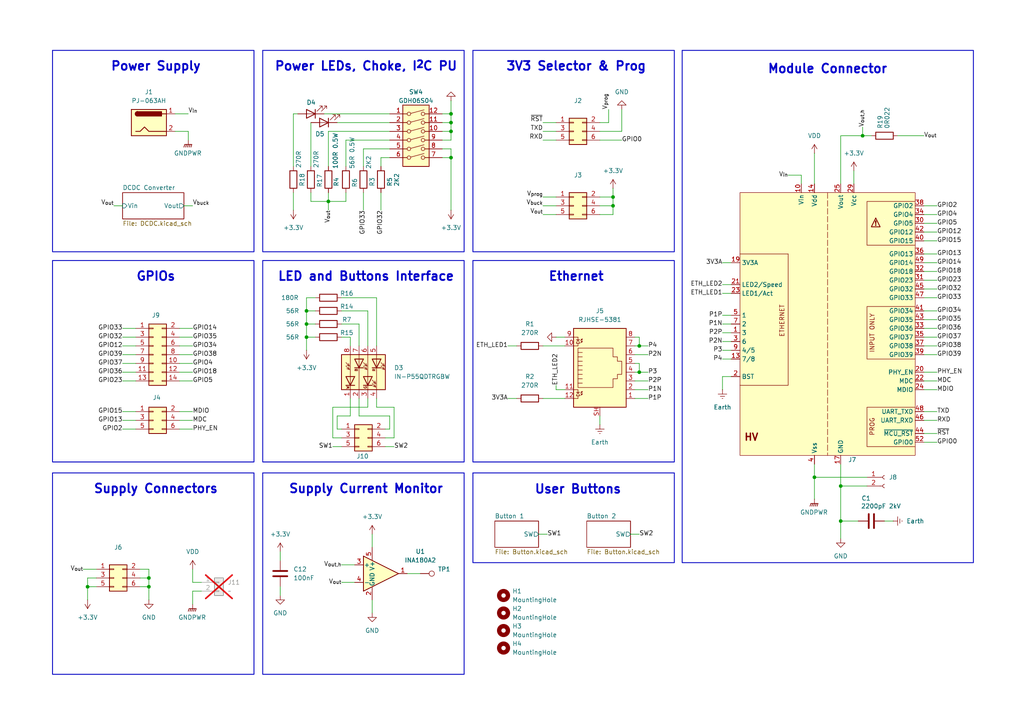
<source format=kicad_sch>
(kicad_sch (version 20250114) (generator "eeschema") (generator_version "9.0")
  (paper "A4")
  (title_block (title "openPoeNode Breakout Board") (date "${CURRENT_DATE}") (rev "${REVISION}"))
  (lib_symbols
    (symbol "Amplifier_Current:INA180A2" (pin_names (offset 0.127))
      (property "Reference" "U" (at 3.81 3.81 0))
      (property "Value" "INA180A2" (at 3.81 -2.54 0))
      (symbol "INA180A2_1_1"
        (pin input line (at -7.62 2.54 0) (length 2.54) (name "+") (number "3"))
        (pin input line (at -7.62 -2.54 0) (length 2.54) (name "-") (number "4"))
        (pin power_in line (at -2.54 7.62 270) (length 3.81) (name "V+") (number "5"))
        (pin power_in line (at -2.54 -7.62 90) (length 3.81) (name "GND") (number "2"))
        (pin output line (at 7.62 0 180) (length 2.54) (name "~") (number "1"))
      )
    )
    (symbol "Connector:Barrel_Jack" (pin_names (offset 1.016))
      (property "Reference" "J" (at 0 5.334 0))
      (property "Value" "Barrel_Jack" (at 0 -5.08 0))
      (symbol "Barrel_Jack_1_1"
        (pin passive line (at 7.62 2.54 180) (length 2.54) (name "~") (number "1"))
        (pin passive line (at 7.62 -2.54 180) (length 2.54) (name "~") (number "2"))
      )
    )
    (symbol "Connector:Conn_01x02_Socket" (pin_names (offset 1.016) (hide yes))
      (property "Reference" "J" (at 0 2.54 0))
      (property "Value" "Conn_01x02_Socket" (at 0 -5.08 0))
      (symbol "Conn_01x02_Socket_1_1"
        (pin passive line (at -5.08 0 0) (length 3.81) (name "Pin_1") (number "1"))
        (pin passive line (at -5.08 -2.54 0) (length 3.81) (name "Pin_2") (number "2"))
      )
    )
    (symbol "Connector:RJ45_LED_Shielded" (pin_names (offset 1.016))
      (property "Reference" "J" (at -5.08 13.97 0))
      (property "Value" "RJ45_LED_Shielded" (at 1.27 13.97 0))
      (symbol "RJ45_LED_Shielded_1_1"
        (pin passive line (at -10.16 10.16 0) (length 2.54) (name "~") (number "9"))
        (pin passive line (at -10.16 7.62 0) (length 2.54) (name "~") (number "10"))
        (pin passive line (at -10.16 -5.08 0) (length 2.54) (name "~") (number "11"))
        (pin passive line (at -10.16 -7.62 0) (length 2.54) (name "~") (number "12"))
        (pin passive line (at 0 -12.7 90) (length 2.54) (name "~") (number "SH"))
        (pin passive line (at 10.16 10.16 180) (length 2.54) (name "~") (number "8"))
        (pin passive line (at 10.16 7.62 180) (length 2.54) (name "~") (number "7"))
        (pin passive line (at 10.16 5.08 180) (length 2.54) (name "~") (number "6"))
        (pin passive line (at 10.16 2.54 180) (length 2.54) (name "~") (number "5"))
        (pin passive line (at 10.16 0 180) (length 2.54) (name "~") (number "4"))
        (pin passive line (at 10.16 -2.54 180) (length 2.54) (name "~") (number "3"))
        (pin passive line (at 10.16 -5.08 180) (length 2.54) (name "~") (number "2"))
        (pin passive line (at 10.16 -7.62 180) (length 2.54) (name "~") (number "1"))
      )
    )
    (symbol "Connector:TestPoint" (pin_numbers (hide yes)) (pin_names (offset 0.762) (hide yes))
      (property "Reference" "TP" (at 0 6.858 0))
      (property "Value" "TestPoint" (at 0 5.08 0))
      (symbol "TestPoint_1_1"
        (pin passive line (at 0 0 90) (length 2.54) (name "1") (number "1"))
      )
    )
    (symbol "Connector_Generic:Conn_01x02" (pin_names (offset 1.016) (hide yes))
      (property "Reference" "J" (at 0 2.54 0))
      (property "Value" "Conn_01x02" (at 0 -5.08 0))
      (symbol "Conn_01x02_1_1"
        (pin passive line (at -5.08 0 0) (length 3.81) (name "Pin_1") (number "1"))
        (pin passive line (at -5.08 -2.54 0) (length 3.81) (name "Pin_2") (number "2"))
      )
    )
    (symbol "Connector_Generic:Conn_02x03_Odd_Even" (pin_names (offset 1.016) (hide yes))
      (property "Reference" "J" (at 1.27 5.08 0))
      (property "Value" "Conn_02x03_Odd_Even" (at 1.27 -5.08 0))
      (symbol "Conn_02x03_Odd_Even_1_1"
        (pin passive line (at -5.08 2.54 0) (length 3.81) (name "Pin_1") (number "1"))
        (pin passive line (at -5.08 0 0) (length 3.81) (name "Pin_3") (number "3"))
        (pin passive line (at -5.08 -2.54 0) (length 3.81) (name "Pin_5") (number "5"))
        (pin passive line (at 7.62 2.54 180) (length 3.81) (name "Pin_2") (number "2"))
        (pin passive line (at 7.62 0 180) (length 3.81) (name "Pin_4") (number "4"))
        (pin passive line (at 7.62 -2.54 180) (length 3.81) (name "Pin_6") (number "6"))
      )
    )
    (symbol "Connector_Generic:Conn_02x07_Odd_Even" (pin_names (offset 1.016) (hide yes))
      (property "Reference" "J" (at 1.27 10.16 0))
      (property "Value" "Conn_02x07_Odd_Even" (at 1.27 -10.16 0))
      (symbol "Conn_02x07_Odd_Even_1_1"
        (pin passive line (at -5.08 7.62 0) (length 3.81) (name "Pin_1") (number "1"))
        (pin passive line (at -5.08 5.08 0) (length 3.81) (name "Pin_3") (number "3"))
        (pin passive line (at -5.08 2.54 0) (length 3.81) (name "Pin_5") (number "5"))
        (pin passive line (at -5.08 0 0) (length 3.81) (name "Pin_7") (number "7"))
        (pin passive line (at -5.08 -2.54 0) (length 3.81) (name "Pin_9") (number "9"))
        (pin passive line (at -5.08 -5.08 0) (length 3.81) (name "Pin_11") (number "11"))
        (pin passive line (at -5.08 -7.62 0) (length 3.81) (name "Pin_13") (number "13"))
        (pin passive line (at 7.62 7.62 180) (length 3.81) (name "Pin_2") (number "2"))
        (pin passive line (at 7.62 5.08 180) (length 3.81) (name "Pin_4") (number "4"))
        (pin passive line (at 7.62 2.54 180) (length 3.81) (name "Pin_6") (number "6"))
        (pin passive line (at 7.62 0 180) (length 3.81) (name "Pin_8") (number "8"))
        (pin passive line (at 7.62 -2.54 180) (length 3.81) (name "Pin_10") (number "10"))
        (pin passive line (at 7.62 -5.08 180) (length 3.81) (name "Pin_12") (number "12"))
        (pin passive line (at 7.62 -7.62 180) (length 3.81) (name "Pin_14") (number "14"))
      )
    )
    (symbol "Device:C" (pin_numbers (hide yes)) (pin_names (offset 0.254))
      (property "Reference" "C" (at 0.635 2.54 0))
      (property "Value" "C" (at 0.635 -2.54 0))
      (symbol "C_1_1"
        (pin passive line (at 0 3.81 270) (length 2.794) (name "~") (number "1"))
        (pin passive line (at 0 -3.81 90) (length 2.794) (name "~") (number "2"))
      )
    )
    (symbol "Device:LED" (pin_numbers (hide yes)) (pin_names (offset 1.016) (hide yes))
      (property "Reference" "D" (at 0 2.54 0))
      (property "Value" "LED" (at 0 -2.54 0))
      (symbol "LED_1_1"
        (pin passive line (at -3.81 0 0) (length 2.54) (name "K") (number "1"))
        (pin passive line (at 3.81 0 180) (length 2.54) (name "A") (number "2"))
      )
    )
    (symbol "Device:R" (pin_numbers (hide yes)) (pin_names (offset 0))
      (property "Reference" "R" (at 2.032 0 90))
      (property "Value" "R" (at 0 0 90))
      (symbol "R_1_1"
        (pin passive line (at 0 3.81 270) (length 1.27) (name "~") (number "1"))
        (pin passive line (at 0 -3.81 90) (length 1.27) (name "~") (number "2"))
      )
    )
    (symbol "ESP32PoE:Modul"
      (property "Reference" "J" (at 0.254 1.016 0))
      (symbol "Modul_1_1"
        (text "HV" (at -22.098 -32.766 0) (effects (font (size 2.032 2.032) (thickness 0.4064) (bold yes))))
        (text "ETHERNET" (at -13.208 1.016 900) (effects (font (size 1.27 1.27))))
        (text "INPUT ONLY" (at 12.192 -2.54 900) (effects (font (size 1.27 1.27)) (justify top)))
        (text "PROG" (at 12.192 -29.718 900) (effects (font (size 1.27 1.27)) (justify top)))
        (text "!" (at 13.97 29.21 0) (effects (font (size 1.27 1.27) (thickness 0.254) (bold yes))))
        (text "!" (at 16.51 30.226 0) (effects (font (size 0.001 0.001) (thickness 0.254) (bold yes))))
        (pin power_out line (at -27.94 17.78 0) (length 2.54) (name "3V3A") (number "19"))
        (pin output line (at -27.94 11.43 0) (length 2.54) (name "LED2/Speed") (number "21"))
        (pin output line (at -27.94 8.89 0) (length 2.54) (name "LED1/Act") (number "23"))
        (pin passive line (at -27.94 2.54 0) (length 2.54) (name "1") (number "5"))
        (pin passive line (at -27.94 0 0) (length 2.54) (name "2") (number "7"))
        (pin passive line (at -27.94 -2.54 0) (length 2.54) (name "3") (number "1"))
        (pin passive line (at -27.94 -5.08 0) (length 2.54) (name "6") (number "3"))
        (pin passive line (at -27.94 -7.62 0) (length 2.54) (hide yes) (name "4/5") (number "11"))
        (pin passive line (at -27.94 -7.62 0) (length 2.54) (name "4/5") (number "9"))
        (pin passive line (at -27.94 -10.16 0) (length 2.54) (name "7/8") (number "13"))
        (pin passive line (at -27.94 -10.16 0) (length 2.54) (hide yes) (name "7/8") (number "15"))
        (pin passive line (at -27.94 -15.24 0) (length 2.54) (name "BST") (number "2"))
        (pin power_in line (at -7.62 40.64 270) (length 2.54) (name "Vin") (number "10"))
        (pin power_in line (at -7.62 40.64 270) (length 2.54) (hide yes) (name "Vin") (number "12"))
        (pin power_out line (at -3.81 40.64 270) (length 2.54) (name "Vdd") (number "14"))
        (pin power_out line (at -3.81 40.64 270) (length 2.54) (hide yes) (name "Vdd") (number "16"))
        (pin power_out line (at -3.81 -40.64 90) (length 2.54) (name "Vss") (number "4"))
        (pin power_out line (at -3.81 -40.64 90) (length 2.54) (hide yes) (name "Vss") (number "6"))
        (pin power_out line (at -3.81 -40.64 90) (length 2.54) (hide yes) (name "Vss") (number "8"))
        (pin power_out line (at 3.81 40.64 270) (length 2.54) (name "Vout") (number "25"))
        (pin power_out line (at 3.81 40.64 270) (length 2.54) (hide yes) (name "Vout") (number "26"))
        (pin power_out line (at 3.81 40.64 270) (length 2.54) (hide yes) (name "Vout") (number "27"))
        (pin power_out line (at 3.81 40.64 270) (length 2.54) (hide yes) (name "Vout") (number "28"))
        (pin power_in line (at 3.81 -40.64 90) (length 2.54) (name "GND") (number "17"))
        (pin power_in line (at 3.81 -40.64 90) (length 2.54) (hide yes) (name "GND") (number "18"))
        (pin power_in line (at 3.81 -40.64 90) (length 2.54) (hide yes) (name "GND") (number "50"))
        (pin power_in line (at 3.81 -40.64 90) (length 2.54) (hide yes) (name "GND") (number "51"))
        (pin power_in line (at 7.62 40.64 270) (length 2.54) (name "Vcc") (number "29"))
        (pin bidirectional line (at 27.94 34.29 180) (length 2.54) (name "GPIO2") (number "38"))
        (pin bidirectional line (at 27.94 31.75 180) (length 2.54) (name "GPIO4") (number "34"))
        (pin bidirectional line (at 27.94 29.21 180) (length 2.54) (name "GPIO5") (number "30"))
        (pin bidirectional line (at 27.94 26.67 180) (length 2.54) (name "GPIO12") (number "42"))
        (pin bidirectional line (at 27.94 24.13 180) (length 2.54) (name "GPIO15") (number "40"))
        (pin bidirectional line (at 27.94 20.32 180) (length 2.54) (name "GPIO13") (number "36"))
        (pin bidirectional line (at 27.94 17.78 180) (length 2.54) (name "GPIO14") (number "49"))
        (pin bidirectional line (at 27.94 15.24 180) (length 2.54) (name "GPIO18") (number "32"))
        (pin bidirectional line (at 27.94 12.7 180) (length 2.54) (name "GPIO23") (number "31"))
        (pin bidirectional line (at 27.94 10.16 180) (length 2.54) (name "GPIO32") (number "45"))
        (pin bidirectional line (at 27.94 7.62 180) (length 2.54) (name "GPIO33") (number "47"))
        (pin bidirectional line (at 27.94 3.81 180) (length 2.54) (name "GPIO34") (number "41"))
        (pin bidirectional line (at 27.94 1.27 180) (length 2.54) (name "GPIO35") (number "43"))
        (pin bidirectional line (at 27.94 -1.27 180) (length 2.54) (name "GPIO36") (number "33"))
        (pin bidirectional line (at 27.94 -3.81 180) (length 2.54) (name "GPIO37") (number "35"))
        (pin bidirectional line (at 27.94 -6.35 180) (length 2.54) (name "GPIO38") (number "37"))
        (pin bidirectional line (at 27.94 -8.89 180) (length 2.54) (name "GPIO39") (number "39"))
        (pin input line (at 27.94 -13.97 180) (length 2.54) (name "PHY_EN") (number "20"))
        (pin bidirectional line (at 27.94 -16.51 180) (length 2.54) (name "MDC") (number "22"))
        (pin bidirectional line (at 27.94 -19.05 180) (length 2.54) (name "MDIO") (number "24"))
        (pin output line (at 27.94 -25.4 180) (length 2.54) (name "UART_TXD") (number "48"))
        (pin input line (at 27.94 -27.94 180) (length 2.54) (name "UART_RXD") (number "46"))
        (pin input line (at 27.94 -31.75 180) (length 2.54) (name "~{MCU_RST}") (number "44"))
        (pin input line (at 27.94 -34.29 180) (length 2.54) (name "GPIO0") (number "52"))
      )
    )
    (symbol "Mechanical:MountingHole" (pin_names (offset 1.016)) (in_bom no)
      (property "Reference" "H" (at 0 5.08 0))
      (property "Value" "MountingHole" (at 0 3.175 0))
    )
    (symbol "Project:Inolux_P55QDTRGBW" (pin_names (hide yes))
      (property "Reference" "D" (at 0 0 0))
      (symbol "Inolux_P55QDTRGBW_0_0"
        (text "B" (at -0.635 -2.0574 0) (effects (font (size 0.762 0.762))))
      )
      (symbol "Inolux_P55QDTRGBW_1_0"
        (text "R" (at -0.635 3.0734 0) (effects (font (size 0.762 0.762))))
        (text "G" (at 4.4196 0.5588 0) (effects (font (size 0.762 0.762))))
        (text "W" (at 4.4196 -4.5212 0) (effects (font (size 0.762 0.762))))
      )
      (symbol "Inolux_P55QDTRGBW_1_1"
        (pin passive line (at -7.62 3.81 0) (length 2.54) (name "AR") (number "5"))
        (pin passive line (at -7.62 1.27 0) (length 2.54) (name "AG") (number "6"))
        (pin passive line (at -7.62 -1.27 0) (length 2.54) (name "AB") (number "7"))
        (pin passive line (at -7.62 -3.81 0) (length 2.54) (name "AW") (number "8"))
        (pin passive line (at 7.62 3.81 180) (length 2.54) (name "KR") (number "4"))
        (pin passive line (at 7.62 1.27 180) (length 2.54) (name "KG") (number "3"))
        (pin passive line (at 7.62 -1.27 180) (length 2.54) (name "KB") (number "2"))
        (pin passive line (at 7.62 -3.81 180) (length 2.54) (name "KW") (number "1"))
      )
    )
    (symbol "Switch:SW_DIP_x06" (pin_names (offset 0) (hide yes))
      (property "Reference" "SW" (at 0 11.43 0))
      (property "Value" "SW_DIP_x06" (at 0 -8.89 0))
      (symbol "SW_DIP_x06_1_1"
        (pin passive line (at -7.62 7.62 0) (length 5.08) (name "~") (number "1"))
        (pin passive line (at -7.62 5.08 0) (length 5.08) (name "~") (number "2"))
        (pin passive line (at -7.62 2.54 0) (length 5.08) (name "~") (number "3"))
        (pin passive line (at -7.62 0 0) (length 5.08) (name "~") (number "4"))
        (pin passive line (at -7.62 -2.54 0) (length 5.08) (name "~") (number "5"))
        (pin passive line (at -7.62 -5.08 0) (length 5.08) (name "~") (number "6"))
        (pin passive line (at 7.62 7.62 180) (length 5.08) (name "~") (number "12"))
        (pin passive line (at 7.62 5.08 180) (length 5.08) (name "~") (number "11"))
        (pin passive line (at 7.62 2.54 180) (length 5.08) (name "~") (number "10"))
        (pin passive line (at 7.62 0 180) (length 5.08) (name "~") (number "9"))
        (pin passive line (at 7.62 -2.54 180) (length 5.08) (name "~") (number "8"))
        (pin passive line (at 7.62 -5.08 180) (length 5.08) (name "~") (number "7"))
      )
    )
    (symbol "power:+3.3V" (power) (pin_numbers (hide yes)) (pin_names (offset 0) (hide yes))
      (property "Value" "+3.3V" (at 0 3.556 0))
      (symbol "+3.3V_1_1"
        (pin power_in line (at 0 0 90) (length 0) (name "~") (number "1"))
      )
    )
    (symbol "power:Earth" (power) (pin_numbers (hide yes)) (pin_names (offset 0) (hide yes))
      (property "Value" "Earth" (at 0 -3.81 0))
      (symbol "Earth_1_1"
        (pin power_in line (at 0 0 270) (length 0) (name "~") (number "1"))
      )
    )
    (symbol "power:GND" (power) (pin_numbers (hide yes)) (pin_names (offset 0) (hide yes))
      (property "Value" "GND" (at 0 -3.81 0))
      (symbol "GND_1_1"
        (pin power_in line (at 0 0 270) (length 0) (name "~") (number "1"))
      )
    )
    (symbol "power:GNDPWR" (power) (pin_numbers (hide yes)) (pin_names (offset 0) (hide yes))
      (property "Value" "GNDPWR" (at 0 -3.302 0))
      (symbol "GNDPWR_1_1"
        (pin power_in line (at 0 0 270) (length 0) (name "~") (number "1"))
      )
    )
    (symbol "power:VDD" (power) (pin_numbers (hide yes)) (pin_names (offset 0) (hide yes))
      (property "Value" "VDD" (at 0 3.556 0))
      (symbol "VDD_1_1"
        (pin power_in line (at 0 0 90) (length 0) (name "~") (number "1"))
      )
    )
  )
  (rectangle (start 137.16 14.605) (end 195.58 73.025) (stroke (width 0.254)))
  (rectangle (start 15.24 14.605) (end 73.66 73.025) (stroke (width 0.254)))
  (rectangle (start 15.24 137.16) (end 73.66 195.58) (stroke (width 0.254)))
  (rectangle (start 15.24 75.565) (end 73.66 133.985) (stroke (width 0.254)))
  (rectangle (start 76.2 14.605) (end 134.62 73.025) (stroke (width 0.254)))
  (rectangle (start 197.866 14.605) (end 282.321 163.195) (stroke (width 0.254)))
  (rectangle (start 76.2 75.565) (end 134.62 133.985) (stroke (width 0.254)))
  (rectangle (start 76.2 137.16) (end 134.62 195.58) (stroke (width 0.254)))
  (rectangle (start 137.16 75.565) (end 195.58 133.985) (stroke (width 0.254)))
  (rectangle (start 137.16 137.16) (end 195.58 163.195) (stroke (width 0.254)))
  (text "GPIOs" (at 45.212 81.788 0) (effects (font (size 2.54 2.54) (thickness 0.508) (bold yes)) (justify bottom)))
  (text "Supply Connectors" (at 45.212 143.383 0) (effects (font (size 2.54 2.54) (thickness 0.508) (bold yes)) (justify bottom)))
  (text "Module Connector" (at 240.03 21.59 0) (effects (font (size 2.54 2.54) (thickness 0.508) (bold yes)) (justify bottom)))
  (text "Power Supply" (at 45.212 20.828 0) (effects (font (size 2.54 2.54) (thickness 0.508) (bold yes)) (justify bottom)))
  (text "User Buttons" (at 167.64 143.51 0) (effects (font (size 2.54 2.54) (thickness 0.508) (bold yes)) (justify bottom)))
  (text "Supply Current Monitor" (at 106.172 143.383 0) (effects (font (size 2.54 2.54) (thickness 0.508) (bold yes)) (justify bottom)))
  (text "Power LEDs, Choke, I^{2}C PU" (at 106.172 20.828 0) (effects (font (size 2.54 2.54) (thickness 0.508) (bold yes)) (justify bottom)))
  (text "Ethernet" (at 167.132 81.788 0) (effects (font (size 2.54 2.54) (thickness 0.508) (bold yes)) (justify bottom)))
  (text "3V3 Selector & Prog" (at 167.132 20.828 0) (effects (font (size 2.54 2.54) (thickness 0.508) (bold yes)) (justify bottom)))
  (text "LED and Buttons Interface" (at 106.172 81.788 0) (effects (font (size 2.54 2.54) (thickness 0.508) (bold yes)) (justify bottom)))
  (junction (at 236.22 138.43))
  (junction (at 130.81 33.02))
  (junction (at 130.81 45.72))
  (junction (at 177.8 59.69))
  (junction (at 243.84 140.97))
  (junction (at 250.19 39.37))
  (junction (at 95.25 58.42))
  (junction (at 88.9 90.17))
  (junction (at 43.18 170.18))
  (junction (at 185.42 107.95))
  (junction (at 177.8 57.15))
  (junction (at 243.84 151.13))
  (junction (at 185.42 100.33))
  (junction (at 88.9 93.98))
  (junction (at 25.4 170.18))
  (junction (at 130.81 38.1))
  (junction (at 130.81 35.56))
  (junction (at 88.9 97.79))
  (junction (at 43.18 167.64))
  (wire (pts (xy 100.33 40.64) (xy 113.03 40.64)))
  (wire (pts (xy 267.97 62.23) (xy 271.78 62.23)))
  (wire (pts (xy 267.97 121.92) (xy 271.78 121.92)))
  (wire (pts (xy 111.76 129.54) (xy 114.3 129.54)))
  (wire (pts (xy 267.97 86.36) (xy 271.78 86.36)))
  (wire (pts (xy 85.09 33.02) (xy 85.09 48.26)))
  (wire (pts (xy 256.54 151.13) (xy 259.08 151.13)))
  (wire (pts (xy 52.07 97.79) (xy 55.88 97.79)))
  (wire (pts (xy 25.4 167.64) (xy 25.4 170.18)))
  (wire (pts (xy 173.99 120.65) (xy 173.99 123.19)))
  (wire (pts (xy 157.48 40.64) (xy 161.29 40.64)))
  (wire (pts (xy 243.84 151.13) (xy 248.92 151.13)))
  (wire (pts (xy 184.15 110.49) (xy 187.96 110.49)))
  (wire (pts (xy 267.97 73.66) (xy 271.78 73.66)))
  (wire (pts (xy 85.09 55.88) (xy 85.09 60.96)))
  (wire (pts (xy 128.27 38.1) (xy 130.81 38.1)))
  (wire (pts (xy 55.88 171.45) (xy 55.88 175.26)))
  (wire (pts (xy 43.18 170.18) (xy 43.18 173.99)))
  (wire (pts (xy 104.14 120.65) (xy 113.03 120.65)))
  (wire (pts (xy 184.15 113.03) (xy 187.96 113.03)))
  (wire (pts (xy 107.95 173.99) (xy 107.95 177.8)))
  (wire (pts (xy 267.97 128.27) (xy 271.78 128.27)))
  (wire (pts (xy 54.61 38.1) (xy 54.61 40.64)))
  (wire (pts (xy 243.84 151.13) (xy 243.84 156.21)))
  (wire (pts (xy 96.52 129.54) (xy 99.06 129.54)))
  (wire (pts (xy 267.97 119.38) (xy 271.78 119.38)))
  (wire (pts (xy 99.06 163.83) (xy 102.87 163.83)))
  (wire (pts (xy 27.94 167.64) (xy 25.4 167.64)))
  (wire (pts (xy 114.3 127) (xy 111.76 127)))
  (wire (pts (xy 209.55 76.2) (xy 212.09 76.2)))
  (wire (pts (xy 157.48 59.69) (xy 161.29 59.69)))
  (wire (pts (xy 40.64 170.18) (xy 43.18 170.18)))
  (wire (pts (xy 267.97 83.82) (xy 271.78 83.82)))
  (wire (pts (xy 106.68 118.11) (xy 96.52 118.11)))
  (wire (pts (xy 35.56 124.46) (xy 39.37 124.46)))
  (wire (pts (xy 156.21 154.94) (xy 158.75 154.94)))
  (wire (pts (xy 157.48 115.57) (xy 163.83 115.57)))
  (wire (pts (xy 43.18 167.64) (xy 43.18 170.18)))
  (wire (pts (xy 101.6 120.65) (xy 97.79 120.65)))
  (wire (pts (xy 97.79 120.65) (xy 97.79 124.46)))
  (wire (pts (xy 267.97 69.85) (xy 271.78 69.85)))
  (wire (pts (xy 267.97 81.28) (xy 271.78 81.28)))
  (wire (pts (xy 130.81 33.02) (xy 130.81 35.56)))
  (wire (pts (xy 52.07 121.92) (xy 55.88 121.92)))
  (wire (pts (xy 173.99 57.15) (xy 177.8 57.15)))
  (wire (pts (xy 109.22 115.57) (xy 109.22 118.11)))
  (wire (pts (xy 267.97 95.25) (xy 271.78 95.25)))
  (wire (pts (xy 96.52 118.11) (xy 96.52 127)))
  (wire (pts (xy 177.8 57.15) (xy 177.8 59.69)))
  (wire (pts (xy 185.42 105.41) (xy 185.42 107.95)))
  (wire (pts (xy 99.06 90.17) (xy 106.68 90.17)))
  (wire (pts (xy 52.07 110.49) (xy 55.88 110.49)))
  (wire (pts (xy 267.97 110.49) (xy 271.78 110.49)))
  (wire (pts (xy 209.55 96.52) (xy 212.09 96.52)))
  (wire (pts (xy 95.25 48.26) (xy 95.25 38.1)))
  (wire (pts (xy 93.98 33.02) (xy 113.03 33.02)))
  (wire (pts (xy 267.97 64.77) (xy 271.78 64.77)))
  (wire (pts (xy 209.55 101.6) (xy 212.09 101.6)))
  (wire (pts (xy 147.32 100.33) (xy 149.86 100.33)))
  (wire (pts (xy 176.53 35.56) (xy 173.99 35.56)))
  (wire (pts (xy 173.99 59.69) (xy 177.8 59.69)))
  (wire (pts (xy 185.42 100.33) (xy 187.96 100.33)))
  (wire (pts (xy 243.84 140.97) (xy 243.84 151.13)))
  (wire (pts (xy 55.88 168.91) (xy 55.88 165.1)))
  (wire (pts (xy 267.97 67.31) (xy 271.78 67.31)))
  (wire (pts (xy 267.97 107.95) (xy 271.78 107.95)))
  (wire (pts (xy 177.8 59.69) (xy 177.8 62.23)))
  (wire (pts (xy 161.29 97.79) (xy 163.83 97.79)))
  (wire (pts (xy 52.07 119.38) (xy 55.88 119.38)))
  (wire (pts (xy 101.6 97.79) (xy 101.6 100.33)))
  (wire (pts (xy 267.97 92.71) (xy 271.78 92.71)))
  (wire (pts (xy 182.88 154.94) (xy 185.42 154.94)))
  (wire (pts (xy 243.84 39.37) (xy 250.19 39.37)))
  (wire (pts (xy 52.07 124.46) (xy 55.88 124.46)))
  (wire (pts (xy 185.42 107.95) (xy 187.96 107.95)))
  (wire (pts (xy 180.34 38.1) (xy 180.34 31.75)))
  (wire (pts (xy 128.27 35.56) (xy 130.81 35.56)))
  (wire (pts (xy 113.03 43.18) (xy 105.41 43.18)))
  (wire (pts (xy 236.22 138.43) (xy 251.46 138.43)))
  (wire (pts (xy 236.22 138.43) (xy 236.22 144.78)))
  (wire (pts (xy 128.27 43.18) (xy 130.81 43.18)))
  (wire (pts (xy 100.33 55.88) (xy 100.33 58.42)))
  (wire (pts (xy 52.07 102.87) (xy 55.88 102.87)))
  (wire (pts (xy 110.49 55.88) (xy 110.49 60.96)))
  (wire (pts (xy 105.41 43.18) (xy 105.41 48.26)))
  (wire (pts (xy 113.03 120.65) (xy 113.03 124.46)))
  (wire (pts (xy 35.56 95.25) (xy 39.37 95.25)))
  (wire (pts (xy 99.06 93.98) (xy 104.14 93.98)))
  (wire (pts (xy 267.97 125.73) (xy 271.78 125.73)))
  (wire (pts (xy 228.6 50.8) (xy 232.41 50.8)))
  (wire (pts (xy 209.55 104.14) (xy 212.09 104.14)))
  (wire (pts (xy 104.14 115.57) (xy 104.14 120.65)))
  (wire (pts (xy 90.17 58.42) (xy 95.25 58.42)))
  (wire (pts (xy 163.83 113.03) (xy 161.29 113.03)))
  (wire (pts (xy 209.55 85.09) (xy 212.09 85.09)))
  (wire (pts (xy 99.06 168.91) (xy 102.87 168.91)))
  (wire (pts (xy 88.9 97.79) (xy 88.9 93.98)))
  (wire (pts (xy 35.56 107.95) (xy 39.37 107.95)))
  (wire (pts (xy 243.84 140.97) (xy 251.46 140.97)))
  (wire (pts (xy 88.9 97.79) (xy 91.44 97.79)))
  (wire (pts (xy 88.9 90.17) (xy 88.9 86.36)))
  (wire (pts (xy 53.34 59.69) (xy 55.88 59.69)))
  (wire (pts (xy 157.48 57.15) (xy 161.29 57.15)))
  (wire (pts (xy 88.9 93.98) (xy 91.44 93.98)))
  (wire (pts (xy 95.25 55.88) (xy 95.25 58.42)))
  (wire (pts (xy 35.56 110.49) (xy 39.37 110.49)))
  (wire (pts (xy 109.22 86.36) (xy 109.22 100.33)))
  (wire (pts (xy 86.36 33.02) (xy 85.09 33.02)))
  (wire (pts (xy 81.28 170.18) (xy 81.28 172.72)))
  (wire (pts (xy 118.11 166.37) (xy 121.92 166.37)))
  (wire (pts (xy 128.27 45.72) (xy 130.81 45.72)))
  (wire (pts (xy 110.49 45.72) (xy 110.49 48.26)))
  (wire (pts (xy 250.19 39.37) (xy 252.73 39.37)))
  (wire (pts (xy 90.17 35.56) (xy 90.17 48.26)))
  (wire (pts (xy 184.15 97.79) (xy 185.42 97.79)))
  (wire (pts (xy 106.68 115.57) (xy 106.68 118.11)))
  (wire (pts (xy 212.09 109.22) (xy 209.55 109.22)))
  (wire (pts (xy 106.68 90.17) (xy 106.68 100.33)))
  (wire (pts (xy 95.25 58.42) (xy 100.33 58.42)))
  (wire (pts (xy 209.55 109.22) (xy 209.55 113.03)))
  (wire (pts (xy 50.8 38.1) (xy 54.61 38.1)))
  (wire (pts (xy 130.81 29.21) (xy 130.81 33.02)))
  (wire (pts (xy 104.14 93.98) (xy 104.14 100.33)))
  (wire (pts (xy 40.64 165.1) (xy 43.18 165.1)))
  (wire (pts (xy 35.56 119.38) (xy 39.37 119.38)))
  (wire (pts (xy 243.84 39.37) (xy 243.84 53.34)))
  (wire (pts (xy 105.41 55.88) (xy 105.41 60.96)))
  (wire (pts (xy 58.42 168.91) (xy 55.88 168.91)))
  (wire (pts (xy 43.18 165.1) (xy 43.18 167.64)))
  (wire (pts (xy 35.56 100.33) (xy 39.37 100.33)))
  (wire (pts (xy 147.32 115.57) (xy 149.86 115.57)))
  (wire (pts (xy 52.07 95.25) (xy 55.88 95.25)))
  (wire (pts (xy 88.9 93.98) (xy 88.9 90.17)))
  (wire (pts (xy 209.55 91.44) (xy 212.09 91.44)))
  (wire (pts (xy 232.41 50.8) (xy 232.41 53.34)))
  (wire (pts (xy 35.56 102.87) (xy 39.37 102.87)))
  (wire (pts (xy 58.42 171.45) (xy 55.88 171.45)))
  (wire (pts (xy 40.64 167.64) (xy 43.18 167.64)))
  (wire (pts (xy 267.97 78.74) (xy 271.78 78.74)))
  (wire (pts (xy 25.4 170.18) (xy 27.94 170.18)))
  (wire (pts (xy 35.56 121.92) (xy 39.37 121.92)))
  (wire (pts (xy 184.15 100.33) (xy 185.42 100.33)))
  (wire (pts (xy 101.6 115.57) (xy 101.6 120.65)))
  (wire (pts (xy 184.15 115.57) (xy 187.96 115.57)))
  (wire (pts (xy 236.22 134.62) (xy 236.22 138.43)))
  (wire (pts (xy 267.97 100.33) (xy 271.78 100.33)))
  (wire (pts (xy 88.9 101.6) (xy 88.9 97.79)))
  (wire (pts (xy 236.22 44.45) (xy 236.22 53.34)))
  (wire (pts (xy 209.55 82.55) (xy 212.09 82.55)))
  (wire (pts (xy 267.97 102.87) (xy 271.78 102.87)))
  (wire (pts (xy 250.19 36.83) (xy 250.19 39.37)))
  (wire (pts (xy 173.99 40.64) (xy 180.34 40.64)))
  (wire (pts (xy 81.28 160.02) (xy 81.28 162.56)))
  (wire (pts (xy 33.02 59.69) (xy 35.56 59.69)))
  (wire (pts (xy 52.07 107.95) (xy 55.88 107.95)))
  (wire (pts (xy 267.97 97.79) (xy 271.78 97.79)))
  (wire (pts (xy 107.95 154.94) (xy 107.95 158.75)))
  (wire (pts (xy 97.79 124.46) (xy 99.06 124.46)))
  (wire (pts (xy 209.55 93.98) (xy 212.09 93.98)))
  (wire (pts (xy 177.8 62.23) (xy 173.99 62.23)))
  (wire (pts (xy 267.97 59.69) (xy 271.78 59.69)))
  (wire (pts (xy 114.3 118.11) (xy 114.3 127)))
  (wire (pts (xy 184.15 107.95) (xy 185.42 107.95)))
  (wire (pts (xy 267.97 76.2) (xy 271.78 76.2)))
  (wire (pts (xy 130.81 38.1) (xy 130.81 40.64)))
  (wire (pts (xy 24.13 165.1) (xy 27.94 165.1)))
  (wire (pts (xy 267.97 113.03) (xy 271.78 113.03)))
  (wire (pts (xy 176.53 31.75) (xy 176.53 35.56)))
  (wire (pts (xy 96.52 127) (xy 99.06 127)))
  (wire (pts (xy 50.8 33.02) (xy 54.61 33.02)))
  (wire (pts (xy 128.27 33.02) (xy 130.81 33.02)))
  (wire (pts (xy 157.48 38.1) (xy 161.29 38.1)))
  (wire (pts (xy 177.8 54.61) (xy 177.8 57.15)))
  (wire (pts (xy 128.27 40.64) (xy 130.81 40.64)))
  (wire (pts (xy 247.65 49.53) (xy 247.65 53.34)))
  (wire (pts (xy 35.56 105.41) (xy 39.37 105.41)))
  (wire (pts (xy 184.15 102.87) (xy 187.96 102.87)))
  (wire (pts (xy 243.84 134.62) (xy 243.84 140.97)))
  (wire (pts (xy 130.81 43.18) (xy 130.81 45.72)))
  (wire (pts (xy 161.29 113.03) (xy 161.29 111.76)))
  (wire (pts (xy 113.03 45.72) (xy 110.49 45.72)))
  (wire (pts (xy 99.06 86.36) (xy 109.22 86.36)))
  (wire (pts (xy 157.48 62.23) (xy 161.29 62.23)))
  (wire (pts (xy 97.79 35.56) (xy 113.03 35.56)))
  (wire (pts (xy 100.33 48.26) (xy 100.33 40.64)))
  (wire (pts (xy 95.25 58.42) (xy 95.25 60.96)))
  (wire (pts (xy 52.07 105.41) (xy 55.88 105.41)))
  (wire (pts (xy 184.15 105.41) (xy 185.42 105.41)))
  (wire (pts (xy 35.56 97.79) (xy 39.37 97.79)))
  (wire (pts (xy 267.97 90.17) (xy 271.78 90.17)))
  (wire (pts (xy 130.81 35.56) (xy 130.81 38.1)))
  (wire (pts (xy 88.9 90.17) (xy 91.44 90.17)))
  (wire (pts (xy 52.07 100.33) (xy 55.88 100.33)))
  (wire (pts (xy 88.9 86.36) (xy 91.44 86.36)))
  (wire (pts (xy 173.99 38.1) (xy 180.34 38.1)))
  (wire (pts (xy 99.06 97.79) (xy 101.6 97.79)))
  (wire (pts (xy 90.17 55.88) (xy 90.17 58.42)))
  (wire (pts (xy 25.4 173.99) (xy 25.4 170.18)))
  (wire (pts (xy 130.81 45.72) (xy 130.81 60.96)))
  (wire (pts (xy 113.03 124.46) (xy 111.76 124.46)))
  (wire (pts (xy 260.35 39.37) (xy 267.97 39.37)))
  (wire (pts (xy 157.48 100.33) (xy 163.83 100.33)))
  (wire (pts (xy 157.48 35.56) (xy 161.29 35.56)))
  (wire (pts (xy 209.55 99.06) (xy 212.09 99.06)))
  (wire (pts (xy 185.42 97.79) (xy 185.42 100.33)))
  (wire (pts (xy 95.25 38.1) (xy 113.03 38.1)))
  (wire (pts (xy 109.22 118.11) (xy 114.3 118.11)))
  (label "GPIO5" (at 55.88 110.49 0))
  (label "GPIO38" (at 55.88 102.87 0))
  (label "GPIO34" (at 55.88 100.33 0))
  (label "V_{buck}" (at 157.48 59.69 180))
  (label "V_{out}" (at 24.13 165.1 180))
  (label "GPIO32" (at 110.49 60.96 270))
  (label "V_{out}" (at 33.02 59.69 180))
  (label "GPIO12" (at 271.78 67.31 0))
  (label "GPIO0" (at 180.34 40.64 0))
  (label "GPIO4" (at 55.88 105.41 0))
  (label "GPIO34" (at 271.78 90.17 0))
  (label "V_{buck}" (at 55.88 59.69 0))
  (label "MDIO" (at 271.78 113.03 0))
  (label "RXD" (at 271.78 121.92 0))
  (label "P1P" (at 209.55 91.44 180))
  (label "V_{in}" (at 54.61 33.02 0))
  (label "P4" (at 187.96 100.33 0))
  (label "3V3A" (at 147.32 115.57 180))
  (label "SW1" (at 96.52 129.54 180))
  (label "RXD" (at 157.48 40.64 180))
  (label "GPIO37" (at 35.56 105.41 180))
  (label "V_{prog}" (at 157.48 57.15 180))
  (label "GPIO37" (at 271.78 97.79 0))
  (label "P2N" (at 187.96 102.87 0))
  (label "P2P" (at 209.55 96.52 180))
  (label "GPIO23" (at 35.56 110.49 180))
  (label "GPIO23" (at 271.78 81.28 0))
  (label "V_{in}" (at 228.6 50.8 180))
  (label "GPIO18" (at 271.78 78.74 0))
  (label "GPIO12" (at 35.56 100.33 180))
  (label "GPIO14" (at 271.78 76.2 0))
  (label "GPIO35" (at 271.78 92.71 0))
  (label "ETH_LED1" (at 147.32 100.33 180))
  (label "GPIO4" (at 271.78 62.23 0))
  (label "P3" (at 209.55 101.6 180))
  (label "P1P" (at 187.96 115.57 0))
  (label "GPIO2" (at 35.56 124.46 180))
  (label "V_{out,h}" (at 99.06 163.83 180))
  (label "V_{prog}" (at 176.53 31.75 90))
  (label "GPIO39" (at 35.56 102.87 180))
  (label "GPIO33" (at 271.78 86.36 0))
  (label "GPIO15" (at 271.78 69.85 0))
  (label "TXD" (at 157.48 38.1 180))
  (label "SW1" (at 158.75 154.94 0))
  (label "GPIO36" (at 271.78 95.25 0))
  (label "V_{out,h}" (at 250.19 36.83 90))
  (label "GPIO32" (at 271.78 83.82 0))
  (label "GPIO33" (at 35.56 95.25 180))
  (label "PHY_EN" (at 271.78 107.95 0))
  (label "SW2" (at 114.3 129.54 0))
  (label "GPIO18" (at 55.88 107.95 0))
  (label "V_{out}" (at 95.25 60.96 270))
  (label "GPIO5" (at 271.78 64.77 0))
  (label "GPIO13" (at 271.78 73.66 0))
  (label "MDIO" (at 55.88 119.38 0))
  (label "P3" (at 187.96 107.95 0))
  (label "ETH_LED1" (at 209.55 85.09 180))
  (label "MDC" (at 55.88 121.92 0))
  (label "GPIO38" (at 271.78 100.33 0))
  (label "~{RST}" (at 157.48 35.56 180))
  (label "GPIO13" (at 35.56 121.92 180))
  (label "SW2" (at 185.42 154.94 0))
  (label "P1N" (at 187.96 113.03 0))
  (label "V_{out}" (at 157.48 62.23 180))
  (label "P2P" (at 187.96 110.49 0))
  (label "V_{out}" (at 99.06 168.91 180))
  (label "GPIO35" (at 55.88 97.79 0))
  (label "P2N" (at 209.55 99.06 180))
  (label "ETH_LED2" (at 209.55 82.55 180))
  (label "~{RST}" (at 271.78 125.73 0))
  (label "GPIO2" (at 271.78 59.69 0))
  (label "3V3A" (at 209.55 76.2 180))
  (label "GPIO36" (at 35.56 107.95 180))
  (label "ETH_LED2" (at 161.29 111.76 90))
  (label "GPIO14" (at 55.88 95.25 0))
  (label "V_{out}" (at 267.97 39.37 0))
  (label "PHY_EN" (at 55.88 124.46 0))
  (label "TXD" (at 271.78 119.38 0))
  (label "GPIO0" (at 271.78 128.27 0))
  (label "GPIO32" (at 35.56 97.79 180))
  (label "GPIO39" (at 271.78 102.87 0))
  (label "MDC" (at 271.78 110.49 0))
  (label "GPIO33" (at 105.41 60.96 270))
  (label "P1N" (at 209.55 93.98 180))
  (label "P4" (at 209.55 104.14 180))
  (label "GPIO15" (at 35.56 119.38 180))
  (symbol (lib_id "Connector_Generic:Conn_02x03_Odd_Even") (at 33.02 167.64 0) (unit 1)
    (property "Reference" "J6" (at 34.29 158.75 0))
    (property "Value" "10129381-906001BLF" (effects (hide yes)))
    (property "Footprint" "Connector_PinHeader_2.54mm:PinHeader_2x03_P2.54mm_Vertical" (effects (hide yes)))
    (property "Description" "Generic connector, double row, 02x03, odd/even pin numbering scheme (row 1 odd numbers, row 2 even numbers), script generated (kicad-library-utils/schlib/autogen/connector/)" (effects (hide yes)))
    (property "MOUSER#" "649-1012938190601BLF" (effects (hide yes)))
  )
  (symbol (lib_id "ESP32PoE:Modul") (at 240.03 93.98 0) (unit 1) (in_bom no)
    (property "Reference" "J7" (at 245.9833 133.35 0) (effects (justify left)))
    (property "Footprint" "Modul:119A-80A00-R02" (effects (hide yes)))
  )
  (symbol (lib_id "Device:R") (at 95.25 93.98 90) (unit 1)
    (property "Reference" "R7" (at 100.584 92.71 90))
    (property "Value" "56R" (at 84.836 93.98 90))
    (property "Footprint" "Resistor_SMD:R_0805_2012Metric" (effects (hide yes)))
    (property "Description" "Resistor" (effects (hide yes)))
    (property "MOUSER#" "603-AC0805FR-0756RL" (effects (hide yes)))
  )
  (symbol (lib_id "Mechanical:MountingHole") (at 146.05 172.72 0) (unit 1) (in_bom no)
    (property "Reference" "H1" (at 148.59 171.4499 0) (effects (justify left)))
    (property "Value" "MountingHole" (at 148.59 173.9899 0) (effects (justify left)))
    (property "Footprint" "MountingHole:MountingHole_3.2mm_M3" (effects (hide yes)))
    (property "Description" "Mounting Hole without connection" (effects (hide yes)))
  )
  (symbol (lib_id "power:Earth") (at 259.08 151.13 90) (unit 1)
    (property "Reference" "#PWR013" (effects (hide yes)))
    (property "Value" "Earth" (at 262.89 151.1299 90) (effects (justify right)))
    (property "Description" "Power symbol creates a global label with name \"Earth\"" (effects (hide yes)))
  )
  (symbol (lib_id "Device:C") (at 81.28 166.37 180) (unit 1)
    (property "Reference" "C12" (at 85.09 165.0999 0) (effects (justify right)))
    (property "Value" "100nF" (at 85.09 167.6399 0) (effects (justify right)))
    (property "Footprint" "Capacitor_SMD:C_0805_2012Metric" (effects (hide yes)))
    (property "Description" "Unpolarized capacitor" (effects (hide yes)))
    (property "MOUSER#" "581-KGM21NR71H104KT" (effects (hide yes)))
  )
  (symbol (lib_id "power:GNDPWR") (at 55.88 175.26 0) (unit 1)
    (property "Reference" "#PWR028" (effects (hide yes)))
    (property "Value" "GNDPWR" (at 55.753 179.07 0))
    (property "Description" "Power symbol creates a global label with name \"GNDPWR\" , global ground" (effects (hide yes)))
  )
  (symbol (lib_id "Mechanical:MountingHole") (at 146.05 177.8 0) (unit 1) (in_bom no)
    (property "Reference" "H2" (at 148.59 176.5299 0) (effects (justify left)))
    (property "Value" "MountingHole" (at 148.59 179.0699 0) (effects (justify left)))
    (property "Footprint" "MountingHole:MountingHole_3.2mm_M3" (effects (hide yes)))
    (property "Description" "Mounting Hole without connection" (effects (hide yes)))
  )
  (symbol (lib_id "Device:LED") (at 90.17 33.02 180) (unit 1)
    (property "Reference" "D4" (at 88.9 29.718 0) (effects (justify right)))
    (property "Value" "Red" (effects (hide yes)))
    (property "Footprint" "LED_SMD:LED_0603_1608Metric" (effects (hide yes)))
    (property "Datasheet" "Data Sheets\\LS_Q976.01_EN.pdf" (effects (hide yes)))
    (property "Description" "Light emitting diode" (effects (hide yes)))
    (property "Sim.Pins" "1=K 2=A" (effects (hide yes)))
    (property "MOUSER#" "720-LSQ976.01-N1Q2-1" (effects (hide yes)))
  )
  (symbol (lib_id "Device:R") (at 95.25 90.17 90) (unit 1)
    (property "Reference" "R14" (at 100.584 88.9 90))
    (property "Value" "56R" (at 84.836 90.17 90))
    (property "Footprint" "Resistor_SMD:R_0805_2012Metric" (effects (hide yes)))
    (property "Description" "Resistor" (effects (hide yes)))
    (property "MOUSER#" "603-AC0805FR-0756RL" (effects (hide yes)))
  )
  (symbol (lib_id "power:GND") (at 81.28 172.72 0) (unit 1)
    (property "Reference" "#PWR020" (effects (hide yes)))
    (property "Value" "GND" (at 81.28 177.8 0))
    (property "Description" "Power symbol creates a global label with name \"GND\" , ground" (effects (hide yes)))
  )
  (symbol (lib_id "Connector:Barrel_Jack") (at 43.18 35.56 0) (unit 1)
    (property "Reference" "J1" (at 43.18 26.67 0))
    (property "Value" "PJ-063AH" (at 43.18 29.21 0))
    (property "Footprint" "Connector_BarrelJack:BarrelJack_CUI_PJ-063AH_Horizontal" (effects (hide yes)))
    (property "Description" "DC Barrel Jack" (effects (hide yes)))
    (property "MOUSER#" "490-PJ-063AH" (effects (hide yes)))
  )
  (symbol (lib_id "power:+3.3V") (at 177.8 54.61 0) (unit 1)
    (property "Reference" "#PWR03" (effects (hide yes)))
    (property "Value" "+3.3V" (at 177.8 49.53 0))
    (property "Description" "Power symbol creates a global label with name \"+3.3V\"" (effects (hide yes)))
  )
  (symbol (lib_id "power:GNDPWR") (at 236.22 144.78 0) (unit 1)
    (property "Reference" "#PWR010" (effects (hide yes)))
    (property "Value" "GNDPWR" (at 236.093 148.59 0))
    (property "Description" "Power symbol creates a global label with name \"GNDPWR\" , global ground" (effects (hide yes)))
  )
  (symbol (lib_id "power:GNDPWR") (at 54.61 40.64 0) (unit 1)
    (property "Reference" "#PWR02" (effects (hide yes)))
    (property "Value" "GNDPWR" (at 54.483 44.45 0))
    (property "Description" "Power symbol creates a global label with name \"GNDPWR\" , global ground" (effects (hide yes)))
  )
  (symbol (lib_id "Device:R") (at 95.25 86.36 90) (unit 1)
    (property "Reference" "R16" (at 100.584 85.09 90))
    (property "Value" "180R" (at 84.074 86.36 90))
    (property "Footprint" "Resistor_SMD:R_0805_2012Metric" (effects (hide yes)))
    (property "Description" "Resistor" (effects (hide yes)))
    (property "MOUSER#" "603-RE0805FRE07180RL" (effects (hide yes)))
  )
  (symbol (lib_id "power:VDD") (at 55.88 165.1 0) (unit 1)
    (property "Reference" "#PWR029" (effects (hide yes)))
    (property "Value" "VDD" (at 55.88 160.02 0))
    (property "Description" "Power symbol creates a global label with name \"VDD\"" (effects (hide yes)))
  )
  (symbol (lib_id "power:+3.3V") (at 25.4 173.99 180) (unit 1)
    (property "Reference" "#PWR06" (effects (hide yes)))
    (property "Value" "+3.3V" (at 25.4 179.07 0))
    (property "Description" "Power symbol creates a global label with name \"+3.3V\"" (effects (hide yes)))
  )
  (symbol (lib_id "power:GND") (at 161.29 97.79 270) (unit 1)
    (property "Reference" "#PWR01" (effects (hide yes)))
    (property "Value" "GND" (effects (hide yes)))
    (property "Description" "Power symbol creates a global label with name \"GND\" , ground" (effects (hide yes)))
  )
  (symbol (lib_id "power:+3.3V") (at 107.95 154.94 0) (unit 1)
    (property "Reference" "#PWR015" (effects (hide yes)))
    (property "Value" "+3.3V" (at 107.95 149.86 0))
    (property "Description" "Power symbol creates a global label with name \"+3.3V\"" (effects (hide yes)))
  )
  (symbol (lib_id "Mechanical:MountingHole") (at 146.05 182.88 0) (unit 1) (in_bom no)
    (property "Reference" "H3" (at 148.59 181.6099 0) (effects (justify left)))
    (property "Value" "MountingHole" (at 148.59 184.1499 0) (effects (justify left)))
    (property "Footprint" "MountingHole:MountingHole_3.2mm_M3" (effects (hide yes)))
    (property "Description" "Mounting Hole without connection" (effects (hide yes)))
  )
  (symbol (lib_id "Device:R") (at 153.67 115.57 90) (unit 1)
    (property "Reference" "R2" (at 153.67 109.22 90))
    (property "Value" "270R" (at 153.67 111.76 90))
    (property "Footprint" "Resistor_SMD:R_0805_2012Metric" (effects (hide yes)))
    (property "Description" "Resistor" (effects (hide yes)))
    (property "MOUSER#" "791-WR08X2700FTL" (effects (hide yes)))
  )
  (symbol (lib_id "power:GND") (at 43.18 173.99 0) (unit 1)
    (property "Reference" "#PWR08" (effects (hide yes)))
    (property "Value" "GND" (at 43.18 179.07 0))
    (property "Description" "Power symbol creates a global label with name \"GND\" , ground" (effects (hide yes)))
  )
  (symbol (lib_id "Connector_Generic:Conn_02x03_Odd_Even") (at 44.45 121.92 0) (unit 1)
    (property "Reference" "J4" (at 45.466 115.316 0))
    (property "Value" "10129381-906001BLF" (effects (hide yes)))
    (property "Footprint" "Connector_PinHeader_2.54mm:PinHeader_2x03_P2.54mm_Vertical" (effects (hide yes)))
    (property "Description" "Generic connector, double row, 02x03, odd/even pin numbering scheme (row 1 odd numbers, row 2 even numbers), script generated (kicad-library-utils/schlib/autogen/connector/)" (effects (hide yes)))
    (property "MOUSER#" "649-1012938190601BLF" (effects (hide yes)))
  )
  (symbol (lib_id "power:GND") (at 180.34 31.75 180) (unit 1)
    (property "Reference" "#PWR04" (effects (hide yes)))
    (property "Value" "GND" (at 180.34 26.67 0))
    (property "Description" "Power symbol creates a global label with name \"GND\" , ground" (effects (hide yes)))
  )
  (symbol (lib_id "Device:R") (at 110.49 52.07 180) (unit 1)
    (property "Reference" "R5" (at 113.03 54.102 90) (effects (justify right)))
    (property "Value" "2K2" (at 115.062 54.102 90) (effects (justify right)))
    (property "Footprint" "Resistor_SMD:R_0805_2012Metric" (effects (hide yes)))
    (property "Description" "Resistor" (effects (hide yes)))
    (property "MOUSER#" "791-WR08X222JTL" (effects (hide yes)))
  )
  (symbol (lib_id "Device:R") (at 85.09 52.07 0) (unit 1)
    (property "Reference" "R18" (at 87.63 54.102 90) (effects (justify left)))
    (property "Value" "270R" (at 86.614 48.768 90) (effects (justify left)))
    (property "Footprint" "Resistor_SMD:R_0805_2012Metric" (effects (hide yes)))
    (property "Description" "Resistor" (effects (hide yes)))
    (property "MOUSER#" "791-WR08X2700FTL" (effects (hide yes)))
  )
  (symbol (lib_id "Device:R") (at 153.67 100.33 90) (unit 1)
    (property "Reference" "R1" (at 153.67 93.98 90))
    (property "Value" "270R" (at 153.67 96.52 90))
    (property "Footprint" "Resistor_SMD:R_0805_2012Metric" (effects (hide yes)))
    (property "Description" "Resistor" (effects (hide yes)))
    (property "MOUSER#" "791-WR08X2700FTL" (effects (hide yes)))
  )
  (symbol (lib_id "Connector_Generic:Conn_02x03_Odd_Even") (at 166.37 38.1 0) (unit 1)
    (property "Reference" "J2" (at 167.64 29.21 0))
    (property "Value" "10129381-906001BLF" (effects (hide yes)))
    (property "Footprint" "Connector_PinHeader_2.54mm:PinHeader_2x03_P2.54mm_Vertical" (effects (hide yes)))
    (property "Description" "Generic connector, double row, 02x03, odd/even pin numbering scheme (row 1 odd numbers, row 2 even numbers), script generated (kicad-library-utils/schlib/autogen/connector/)" (effects (hide yes)))
    (property "MOUSER#" "649-1012938190601BLF" (effects (hide yes)))
  )
  (symbol (lib_id "Device:R") (at 100.33 52.07 180) (unit 1)
    (property "Reference" "R6" (at 102.87 54.356 90) (effects (justify right)))
    (property "Value" "56R 0.5W" (at 102.108 49.022 90) (effects (justify right)))
    (property "Footprint" "Resistor_SMD:R_0805_2012Metric" (effects (hide yes)))
    (property "Description" "Resistor" (effects (hide yes)))
    (property "MOUSER#" "660-SG73S2ATTD56R0F" (effects (hide yes)))
  )
  (symbol (lib_id "Switch:SW_DIP_x06") (at 120.65 40.64 0) (unit 1)
    (property "Reference" "SW4" (at 120.65 26.67 0))
    (property "Value" "GDH06S04" (at 120.65 29.21 0))
    (property "Footprint" "Project:GDH06S04" (effects (hide yes)))
    (property "Description" "6x DIP Switch, Single Pole Single Throw (SPST) switch, small symbol" (effects (hide yes)))
    (property "MOUSER#" "506-GDH06S04" (effects (hide yes)))
  )
  (symbol (lib_id "Device:LED") (at 93.98 35.56 180) (unit 1)
    (property "Reference" "D5" (at 91.44 38.862 0) (effects (justify right)))
    (property "Value" "Red" (effects (hide yes)))
    (property "Footprint" "LED_SMD:LED_0603_1608Metric" (effects (hide yes)))
    (property "Datasheet" "Data Sheets\\LS_Q976.01_EN.pdf" (effects (hide yes)))
    (property "Description" "Light emitting diode" (effects (hide yes)))
    (property "Sim.Pins" "1=K 2=A" (effects (hide yes)))
    (property "MOUSER#" "720-LSQ976.01-N1Q2-1" (effects (hide yes)))
  )
  (symbol (lib_id "Connector_Generic:Conn_02x03_Odd_Even") (at 166.37 59.69 0) (unit 1)
    (property "Reference" "J3" (at 167.64 50.8 0))
    (property "Value" "10129381-906001BLF" (effects (hide yes)))
    (property "Footprint" "Connector_PinHeader_2.54mm:PinHeader_2x03_P2.54mm_Vertical" (effects (hide yes)))
    (property "Description" "Generic connector, double row, 02x03, odd/even pin numbering scheme (row 1 odd numbers, row 2 even numbers), script generated (kicad-library-utils/schlib/autogen/connector/)" (effects (hide yes)))
    (property "MOUSER#" "649-1012938190601BLF" (effects (hide yes)))
  )
  (symbol (lib_id "Mechanical:MountingHole") (at 146.05 187.96 0) (unit 1) (in_bom no)
    (property "Reference" "H4" (at 148.59 186.6899 0) (effects (justify left)))
    (property "Value" "MountingHole" (at 148.59 189.2299 0) (effects (justify left)))
    (property "Footprint" "MountingHole:MountingHole_3.2mm_M3" (effects (hide yes)))
    (property "Description" "Mounting Hole without connection" (effects (hide yes)))
  )
  (symbol (lib_id "power:Earth") (at 173.99 123.19 0) (unit 1)
    (property "Reference" "#PWR05" (effects (hide yes)))
    (property "Value" "Earth" (at 173.99 128.27 0))
    (property "Description" "Power symbol creates a global label with name \"Earth\"" (effects (hide yes)))
  )
  (symbol (lib_id "Device:R") (at 105.41 52.07 180) (unit 1)
    (property "Reference" "R3" (at 107.95 54.102 90) (effects (justify right)))
    (property "Value" "2K2" (at 106.934 49.022 90) (effects (justify right)))
    (property "Footprint" "Resistor_SMD:R_0805_2012Metric" (effects (hide yes)))
    (property "Description" "Resistor" (effects (hide yes)))
    (property "MOUSER#" "791-WR08X222JTL" (effects (hide yes)))
  )
  (symbol (lib_id "Device:C") (at 252.73 151.13 90) (unit 1)
    (property "Reference" "C1" (at 251.206 144.526 90))
    (property "Value" "2200pF 2kV" (at 255.524 146.812 90))
    (property "Footprint" "Capacitor_SMD:C_1206_3216Metric" (effects (hide yes)))
    (property "Description" "Unpolarized capacitor" (effects (hide yes)))
    (property "MOUSER#" "581-1206GC222KAT2A" (effects (hide yes)))
  )
  (symbol (lib_id "power:Earth") (at 209.55 113.03 0) (unit 1)
    (property "Reference" "#PWR07" (effects (hide yes)))
    (property "Value" "Earth" (at 209.55 118.11 0))
    (property "Description" "Power symbol creates a global label with name \"Earth\"" (effects (hide yes)))
  )
  (symbol (lib_id "power:GND") (at 243.84 156.21 0) (unit 1)
    (property "Reference" "#PWR011" (effects (hide yes)))
    (property "Value" "GND" (at 243.84 161.29 0))
    (property "Description" "Power symbol creates a global label with name \"GND\" , ground" (effects (hide yes)))
  )
  (symbol (lib_id "power:+3.3V") (at 247.65 49.53 0) (unit 1)
    (property "Reference" "#PWR012" (effects (hide yes)))
    (property "Value" "+3.3V" (at 247.65 44.45 0))
    (property "Description" "Power symbol creates a global label with name \"+3.3V\"" (effects (hide yes)))
  )
  (symbol (lib_id "Device:R") (at 256.54 39.37 270) (unit 1)
    (property "Reference" "R19" (at 255.27 37.338 0) (effects (justify right)))
    (property "Value" "0R022" (at 257.302 37.338 0) (effects (justify right)))
    (property "Footprint" "Resistor_SMD:R_0805_2012Metric" (effects (hide yes)))
    (property "Description" "Resistor" (effects (hide yes)))
    (property "MOUSER#" "667-ERJ-6CWFR022V" (effects (hide yes)))
  )
  (symbol (lib_id "power:+3.3V") (at 130.81 60.96 180) (unit 1)
    (property "Reference" "#PWR014" (effects (hide yes)))
    (property "Value" "+3.3V" (at 130.81 66.04 0))
    (property "Description" "Power symbol creates a global label with name \"+3.3V\"" (effects (hide yes)))
  )
  (symbol (lib_id "power:GND") (at 107.95 177.8 0) (unit 1)
    (property "Reference" "#PWR016" (effects (hide yes)))
    (property "Value" "GND" (at 107.95 182.88 0))
    (property "Description" "Power symbol creates a global label with name \"GND\" , ground" (effects (hide yes)))
  )
  (symbol (lib_id "Device:R") (at 95.25 52.07 0) (unit 1)
    (property "Reference" "R4" (at 97.536 54.102 90) (effects (justify left)))
    (property "Value" "100R 0.5W" (at 97.282 49.022 90) (effects (justify left)))
    (property "Footprint" "Resistor_SMD:R_0805_2012Metric" (effects (hide yes)))
    (property "Description" "Resistor" (effects (hide yes)))
    (property "MOUSER#" "71-CRCW0805100RFKEAH" (effects (hide yes)))
  )
  (symbol (lib_id "Amplifier_Current:INA180A2") (at 110.49 166.37 0) (unit 1)
    (property "Reference" "U1" (at 121.92 159.9498 0))
    (property "Value" "INA180A2" (at 121.92 162.4898 0))
    (property "Footprint" "Package_TO_SOT_SMD:SOT-23-5" (effects (hide yes)))
    (property "Datasheet" "Data Sheets\\ina180.pdf" (effects (hide yes)))
    (property "Description" "Current Sense Amplifier, 1 Circuit, Rail-to-Rail, 26V, Gain 50 V/V, SOT-23-5" (effects (hide yes)))
    (property "MOUSER#" "595-INA180A2IDBVT" (effects (hide yes)))
  )
  (symbol (lib_id "power:+3.3V") (at 85.09 60.96 180) (unit 1)
    (property "Reference" "#PWR018" (effects (hide yes)))
    (property "Value" "+3.3V" (at 85.09 66.04 0))
    (property "Description" "Power symbol creates a global label with name \"+3.3V\"" (effects (hide yes)))
  )
  (symbol (lib_id "power:+3.3V") (at 88.9 101.6 180) (unit 1)
    (property "Reference" "#PWR017" (effects (hide yes)))
    (property "Value" "+3.3V" (at 88.9 106.68 0))
    (property "Description" "Power symbol creates a global label with name \"+3.3V\"" (effects (hide yes)))
  )
  (symbol (lib_id "Connector_Generic:Conn_01x02") (at 63.5 168.91 0) (unit 1) (in_bom no) (dnp yes)
    (property "Reference" "J11" (at 66.04 168.9099 0) (effects (justify left)))
    (property "Value" "~" (at 66.04 171.4499 0) (effects (justify left)))
    (property "Footprint" "Connector_PinHeader_2.54mm:PinHeader_1x02_P2.54mm_Vertical" (effects (hide yes)))
    (property "Description" "Generic connector, single row, 01x02, script generated (kicad-library-utils/schlib/autogen/connector/)" (effects (hide yes)))
  )
  (symbol (lib_id "Connector_Generic:Conn_02x07_Odd_Even") (at 44.45 102.87 0) (unit 1)
    (property "Reference" "J9" (at 45.212 91.44 0))
    (property "Value" "10129381-914001BLF" (effects (hide yes)))
    (property "Footprint" "Connector_PinHeader_2.54mm:PinHeader_2x07_P2.54mm_Vertical" (effects (hide yes)))
    (property "Description" "Generic connector, double row, 02x07, odd/even pin numbering scheme (row 1 odd numbers, row 2 even numbers), script generated (kicad-library-utils/schlib/autogen/connector/)" (effects (hide yes)))
    (property "MOUSER#" "649-1012938191401BLF" (effects (hide yes)))
  )
  (symbol (lib_id "Project:Inolux_P55QDTRGBW") (at 105.41 107.95 270) (unit 1)
    (property "Reference" "D3" (at 114.3 106.6799 90) (effects (justify left)))
    (property "Value" "IN-P55QDTRGBW" (at 114.3 109.2199 90) (effects (justify left)))
    (property "Footprint" "Project:INP55QDTRGBW" (effects (hide yes)))
    (property "Datasheet" "Data Sheets\\IN-P55QDTRGBW_V1.0.pdf" (effects (hide yes)))
    (property "MOUSER#" "743-IN-P55QDTRGBW" (effects (hide yes)))
  )
  (symbol (lib_id "power:+3.3V") (at 81.28 160.02 0) (unit 1)
    (property "Reference" "#PWR030" (effects (hide yes)))
    (property "Value" "+3.3V" (at 81.28 154.94 0))
    (property "Description" "Power symbol creates a global label with name \"+3.3V\"" (effects (hide yes)))
  )
  (symbol (lib_id "Connector_Generic:Conn_02x03_Odd_Even") (at 104.14 127 0) (unit 1)
    (property "Reference" "J10" (at 105.156 132.334 0))
    (property "Value" "10129381-906001BLF" (effects (hide yes)))
    (property "Footprint" "Connector_PinHeader_2.54mm:PinHeader_2x03_P2.54mm_Vertical" (effects (hide yes)))
    (property "Description" "Generic connector, double row, 02x03, odd/even pin numbering scheme (row 1 odd numbers, row 2 even numbers), script generated (kicad-library-utils/schlib/autogen/connector/)" (effects (hide yes)))
    (property "MOUSER#" "649-1012938190601BLF" (effects (hide yes)))
  )
  (symbol (lib_id "power:VDD") (at 236.22 44.45 0) (unit 1)
    (property "Reference" "#PWR09" (effects (hide yes)))
    (property "Value" "VDD" (at 236.22 39.37 0))
    (property "Description" "Power symbol creates a global label with name \"VDD\"" (effects (hide yes)))
  )
  (symbol (lib_id "Connector:RJ45_LED_Shielded") (at 173.99 107.95 0) (unit 1)
    (property "Reference" "J5" (at 173.99 90.17 0))
    (property "Value" "RJHSE-5381" (at 173.99 92.71 0))
    (property "Footprint" "Connector_RJ:RJ45_Amphenol_RJHSE538X" (effects (hide yes)))
    (property "Datasheet" "file://C:\\Users\\Stefan.HCN\\OneDrive - hardcoding.net\\Projekte\\KiCad\\ESP32\\ESP32PoE\\ESP32PoEBreakout\\Data Sheets\\rjhsex38x.pdf" (effects (hide yes)))
    (property "Description" "RJ connector, 8P8C (8 positions 8 connected), two LEDs, Shielded" (effects (hide yes)))
    (property "MOUSER#" "523-RJHSE-5381" (effects (hide yes)))
  )
  (symbol (lib_id "power:GND") (at 130.81 29.21 180) (unit 1)
    (property "Reference" "#PWR019" (effects (hide yes)))
    (property "Value" "GND" (effects (hide yes)))
    (property "Description" "Power symbol creates a global label with name \"GND\" , ground" (effects (hide yes)))
  )
  (symbol (lib_id "Device:R") (at 90.17 52.07 180) (unit 1)
    (property "Reference" "R17" (at 92.71 54.356 90) (effects (justify right)))
    (property "Value" "270R" (at 91.694 48.768 90) (effects (justify right)))
    (property "Footprint" "Resistor_SMD:R_0805_2012Metric" (effects (hide yes)))
    (property "Description" "Resistor" (effects (hide yes)))
    (property "MOUSER#" "791-WR08X2700FTL" (effects (hide yes)))
  )
  (symbol (lib_id "Device:R") (at 95.25 97.79 90) (unit 1)
    (property "Reference" "R15" (at 100.584 96.52 90))
    (property "Value" "56R" (at 84.836 97.79 90))
    (property "Footprint" "Resistor_SMD:R_0805_2012Metric" (effects (hide yes)))
    (property "Description" "Resistor" (effects (hide yes)))
    (property "MOUSER#" "603-AC0805FR-0756RL" (effects (hide yes)))
  )
  (symbol (lib_id "Connector:TestPoint") (at 121.92 166.37 270) (unit 1) (in_bom no)
    (property "Reference" "TP1" (at 127 165.0999 90) (effects (justify left)))
    (property "Value" "TestPoint" (effects (hide yes)))
    (property "Footprint" "TestPoint:TestPoint_Pad_D3.0mm" (effects (hide yes)))
    (property "Description" "test point" (effects (hide yes)))
  )
  (symbol (lib_id "Connector:Conn_01x02_Socket") (at 256.54 138.43 0) (unit 1) (in_bom no)
    (property "Reference" "J8" (at 257.81 138.4299 0) (effects (justify left)))
    (property "Footprint" "Modul:119A-LATCH-80" (effects (hide yes)))
    (property "Description" "Generic connector, single row, 01x02, script generated" (effects (hide yes)))
  )
  (sheet (at 170.18 151.13) (size 12.7 7.62) (stroke (width 0.1524))
    (property "Sheetname" "Button 2" (at 170.18 150.4184 0) (effects (justify left bottom)))
    (property "Sheetfile" "Button.kicad_sch" (at 170.18 159.3346 0) (effects (justify left top)))
    (pin "SW" output (at 182.88 154.94 0))
  )
  (sheet (at 143.51 151.13) (size 12.7 7.62) (stroke (width 0.1524))
    (property "Sheetname" "Button 1" (at 143.51 150.4184 0) (effects (justify left bottom)))
    (property "Sheetfile" "Button.kicad_sch" (at 143.51 159.3346 0) (effects (justify left top)))
    (pin "SW" output (at 156.21 154.94 0))
  )
  (sheet (at 35.56 55.88) (size 17.78 7.62) (stroke (width 0.1524))
    (property "Sheetname" "DCDC Converter" (at 35.56 55.1684 0) (effects (justify left bottom)))
    (property "Sheetfile" "DCDC.kicad_sch" (at 35.56 64.0846 0) (effects (justify left top)))
    (pin "Vin" input (at 35.56 59.69 180))
    (pin "Vout" output (at 53.34 59.69 0))
  )
)
</source>
